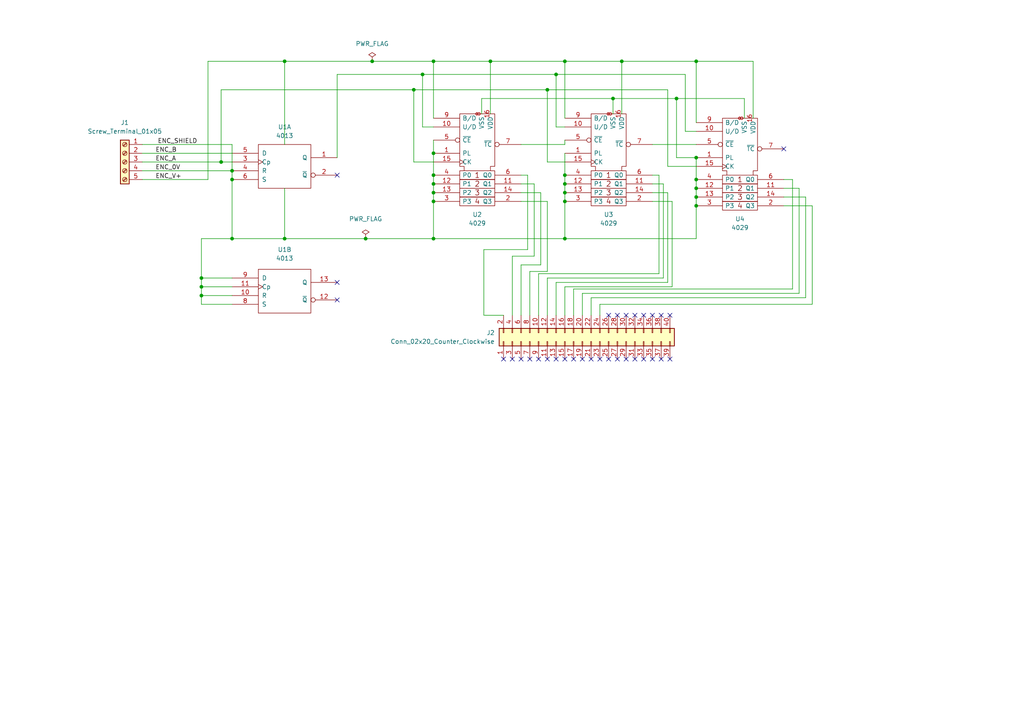
<source format=kicad_sch>
(kicad_sch (version 20211123) (generator eeschema)
  (paper "A4")
  (lib_symbols
    (symbol "4xxx_IEEE:4013" (pin_names (offset 1.016))
      (property "Reference" "U" (at 7.62 8.89 0))
      (property "Value" "4013" (at 7.62 -7.62 0))
      (symbol "4013_0_0"
        (pin power_in line (at 0 6.35 270) (length 0) hide (name "Vdd") (number "14"))
        (pin power_in line (at 0 -6.35 90) (length 0) hide (name "Vss") (number "7"))
      )
      (symbol "4013_0_1"
        (rectangle (start -7.62 6.35) (end 7.62 -6.35))
      )
      (symbol "4013_1_1"
        (pin output line (at 15.24 2.54 180) (length 7.62) (name "Q") (number "1"))
        (pin output inverted (at 15.24 -2.54 180) (length 7.62) (name "~{Q}") (number "2"))
        (pin input clock (at -15.24 1.27 0) (length 7.62) (name "Cp") (number "3"))
        (pin input line (at -15.24 -1.27 0) (length 7.62) (name "R") (number "4"))
        (pin input line (at -15.24 3.81 0) (length 7.62) (name "D") (number "5"))
        (pin input line (at -15.24 -3.81 0) (length 7.62) (name "S") (number "6"))
      )
      (symbol "4013_2_1"
        (pin input line (at -15.24 -1.27 0) (length 7.62) (name "R") (number "10"))
        (pin input clock (at -15.24 1.27 0) (length 7.62) (name "Cp") (number "11"))
        (pin input inverted (at 15.24 -2.54 180) (length 7.62) (name "~{Q}") (number "12"))
        (pin input line (at 15.24 2.54 180) (length 7.62) (name "Q") (number "13"))
        (pin input line (at -15.24 -3.81 0) (length 7.62) (name "S") (number "8"))
        (pin input line (at -15.24 3.81 0) (length 7.62) (name "D") (number "9"))
      )
    )
    (symbol "4xxx_IEEE:4029" (pin_names (offset 0.762))
      (property "Reference" "U" (at 8.89 8.89 0))
      (property "Value" "4029" (at 8.89 -19.05 0))
      (symbol "4029_0_0"
        (rectangle (start -5.08 -13.97) (end 5.08 -16.51))
        (rectangle (start -5.08 -11.43) (end 5.08 -13.97))
        (rectangle (start -5.08 -8.89) (end 5.08 -11.43))
        (rectangle (start -5.08 -6.35) (end 5.08 -8.89))
        (polyline (pts (xy -3.81 -6.35) (xy -3.81 -5.08) (xy -5.08 -5.08) (xy -5.08 10.16) (xy 5.08 10.16) (xy 5.08 -5.08) (xy 3.81 -5.08) (xy 3.81 -6.35) (xy 3.81 -6.35)))
        (text "1" (at 0 -7.62 0) (effects (font (size 1.524 1.524))))
        (text "2" (at 0 -10.16 0) (effects (font (size 1.524 1.524))))
        (text "3" (at 0 -12.7 0) (effects (font (size 1.524 1.524))))
        (text "4" (at 0 -15.24 0) (effects (font (size 1.524 1.524))))
      )
      (symbol "4029_1_1"
        (pin input line (at -12.7 -1.27 0) (length 7.62) (name "PL") (number "1"))
        (pin input line (at -12.7 6.35 0) (length 7.62) (name "U/D") (number "10"))
        (pin output line (at 12.7 -10.16 180) (length 7.62) (name "Q1") (number "11"))
        (pin input line (at -12.7 -10.16 0) (length 7.62) (name "P1") (number "12"))
        (pin input line (at -12.7 -12.7 0) (length 7.62) (name "P2") (number "13"))
        (pin output line (at 12.7 -12.7 180) (length 7.62) (name "Q2") (number "14"))
        (pin input clock (at -12.7 -3.81 0) (length 7.62) (name "CK") (number "15"))
        (pin power_in line (at 3.81 10.16 270) (length 0) (name "VDD") (number "16"))
        (pin output line (at 12.7 -15.24 180) (length 7.62) (name "Q3") (number "2"))
        (pin input line (at -12.7 -15.24 0) (length 7.62) (name "P3") (number "3"))
        (pin input line (at -12.7 -7.62 0) (length 7.62) (name "P0") (number "4"))
        (pin input inverted (at -12.7 2.54 0) (length 7.62) (name "~{CE}") (number "5"))
        (pin output line (at 12.7 -7.62 180) (length 7.62) (name "Q0") (number "6"))
        (pin output inverted (at 12.7 1.27 180) (length 7.62) (name "~{TC}") (number "7"))
        (pin power_in line (at 1.27 10.16 270) (length 0) (name "VSS") (number "8"))
        (pin input line (at -12.7 8.89 0) (length 7.62) (name "B/D") (number "9"))
      )
    )
    (symbol "Connector:Screw_Terminal_01x05" (pin_names (offset 1.016) hide)
      (property "Reference" "J" (at 0 7.62 0))
      (property "Value" "Screw_Terminal_01x05" (at 0 -7.62 0))
      (symbol "Screw_Terminal_01x05_1_1"
        (rectangle (start -1.27 6.35) (end 1.27 -6.35) (stroke (width 0.254)) (fill (type background)))
        (circle (center 0 -5.08) (radius 0.635) (stroke (width 0.1524)))
        (circle (center 0 -2.54) (radius 0.635) (stroke (width 0.1524)))
        (polyline (pts (xy -0.5334 -4.7498) (xy 0.3302 -5.588)) (stroke (width 0.1524)))
        (polyline (pts (xy -0.5334 -2.2098) (xy 0.3302 -3.048)) (stroke (width 0.1524)))
        (polyline (pts (xy -0.5334 0.3302) (xy 0.3302 -0.508)) (stroke (width 0.1524)))
        (polyline (pts (xy -0.5334 2.8702) (xy 0.3302 2.032)) (stroke (width 0.1524)))
        (polyline (pts (xy -0.5334 5.4102) (xy 0.3302 4.572)) (stroke (width 0.1524)))
        (polyline (pts (xy -0.3556 -4.572) (xy 0.508 -5.4102)) (stroke (width 0.1524)))
        (polyline (pts (xy -0.3556 -2.032) (xy 0.508 -2.8702)) (stroke (width 0.1524)))
        (polyline (pts (xy -0.3556 0.508) (xy 0.508 -0.3302)) (stroke (width 0.1524)))
        (polyline (pts (xy -0.3556 3.048) (xy 0.508 2.2098)) (stroke (width 0.1524)))
        (polyline (pts (xy -0.3556 5.588) (xy 0.508 4.7498)) (stroke (width 0.1524)))
        (circle (center 0 0) (radius 0.635) (stroke (width 0.1524)))
        (circle (center 0 2.54) (radius 0.635) (stroke (width 0.1524)))
        (circle (center 0 5.08) (radius 0.635) (stroke (width 0.1524)))
        (pin passive line (at -5.08 5.08 0) (length 3.81) (name "Pin_1") (number "1"))
        (pin passive line (at -5.08 2.54 0) (length 3.81) (name "Pin_2") (number "2"))
        (pin passive line (at -5.08 0 0) (length 3.81) (name "Pin_3") (number "3"))
        (pin passive line (at -5.08 -2.54 0) (length 3.81) (name "Pin_4") (number "4"))
        (pin passive line (at -5.08 -5.08 0) (length 3.81) (name "Pin_5") (number "5"))
      )
    )
    (symbol "Connector_Generic:Conn_02x20_Odd_Even" (pin_names (offset 1.016) hide)
      (property "Reference" "J" (at 1.27 25.4 0))
      (property "Value" "Conn_02x20_Odd_Even" (at 1.27 -27.94 0))
      (symbol "Conn_02x20_Odd_Even_1_1"
        (rectangle (start -1.27 -25.273) (end 0 -25.527) (stroke (width 0.1524)))
        (rectangle (start -1.27 -22.733) (end 0 -22.987) (stroke (width 0.1524)))
        (rectangle (start -1.27 -20.193) (end 0 -20.447) (stroke (width 0.1524)))
        (rectangle (start -1.27 -17.653) (end 0 -17.907) (stroke (width 0.1524)))
        (rectangle (start -1.27 -15.113) (end 0 -15.367) (stroke (width 0.1524)))
        (rectangle (start -1.27 -12.573) (end 0 -12.827) (stroke (width 0.1524)))
        (rectangle (start -1.27 -10.033) (end 0 -10.287) (stroke (width 0.1524)))
        (rectangle (start -1.27 -7.493) (end 0 -7.747) (stroke (width 0.1524)))
        (rectangle (start -1.27 -4.953) (end 0 -5.207) (stroke (width 0.1524)))
        (rectangle (start -1.27 -2.413) (end 0 -2.667) (stroke (width 0.1524)))
        (rectangle (start -1.27 0.127) (end 0 -0.127) (stroke (width 0.1524)))
        (rectangle (start -1.27 2.667) (end 0 2.413) (stroke (width 0.1524)))
        (rectangle (start -1.27 5.207) (end 0 4.953) (stroke (width 0.1524)))
        (rectangle (start -1.27 7.747) (end 0 7.493) (stroke (width 0.1524)))
        (rectangle (start -1.27 10.287) (end 0 10.033) (stroke (width 0.1524)))
        (rectangle (start -1.27 12.827) (end 0 12.573) (stroke (width 0.1524)))
        (rectangle (start -1.27 15.367) (end 0 15.113) (stroke (width 0.1524)))
        (rectangle (start -1.27 17.907) (end 0 17.653) (stroke (width 0.1524)))
        (rectangle (start -1.27 20.447) (end 0 20.193) (stroke (width 0.1524)))
        (rectangle (start -1.27 22.987) (end 0 22.733) (stroke (width 0.1524)))
        (rectangle (start -1.27 24.13) (end 3.81 -26.67) (stroke (width 0.254)) (fill (type background)))
        (rectangle (start 3.81 -25.273) (end 2.54 -25.527) (stroke (width 0.1524)))
        (rectangle (start 3.81 -22.733) (end 2.54 -22.987) (stroke (width 0.1524)))
        (rectangle (start 3.81 -20.193) (end 2.54 -20.447) (stroke (width 0.1524)))
        (rectangle (start 3.81 -17.653) (end 2.54 -17.907) (stroke (width 0.1524)))
        (rectangle (start 3.81 -15.113) (end 2.54 -15.367) (stroke (width 0.1524)))
        (rectangle (start 3.81 -12.573) (end 2.54 -12.827) (stroke (width 0.1524)))
        (rectangle (start 3.81 -10.033) (end 2.54 -10.287) (stroke (width 0.1524)))
        (rectangle (start 3.81 -7.493) (end 2.54 -7.747) (stroke (width 0.1524)))
        (rectangle (start 3.81 -4.953) (end 2.54 -5.207) (stroke (width 0.1524)))
        (rectangle (start 3.81 -2.413) (end 2.54 -2.667) (stroke (width 0.1524)))
        (rectangle (start 3.81 0.127) (end 2.54 -0.127) (stroke (width 0.1524)))
        (rectangle (start 3.81 2.667) (end 2.54 2.413) (stroke (width 0.1524)))
        (rectangle (start 3.81 5.207) (end 2.54 4.953) (stroke (width 0.1524)))
        (rectangle (start 3.81 7.747) (end 2.54 7.493) (stroke (width 0.1524)))
        (rectangle (start 3.81 10.287) (end 2.54 10.033) (stroke (width 0.1524)))
        (rectangle (start 3.81 12.827) (end 2.54 12.573) (stroke (width 0.1524)))
        (rectangle (start 3.81 15.367) (end 2.54 15.113) (stroke (width 0.1524)))
        (rectangle (start 3.81 17.907) (end 2.54 17.653) (stroke (width 0.1524)))
        (rectangle (start 3.81 20.447) (end 2.54 20.193) (stroke (width 0.1524)))
        (rectangle (start 3.81 22.987) (end 2.54 22.733) (stroke (width 0.1524)))
        (pin passive line (at -5.08 22.86 0) (length 3.81) (name "Pin_1") (number "1"))
        (pin passive line (at 7.62 12.7 180) (length 3.81) (name "Pin_10") (number "10"))
        (pin passive line (at -5.08 10.16 0) (length 3.81) (name "Pin_11") (number "11"))
        (pin passive line (at 7.62 10.16 180) (length 3.81) (name "Pin_12") (number "12"))
        (pin passive line (at -5.08 7.62 0) (length 3.81) (name "Pin_13") (number "13"))
        (pin passive line (at 7.62 7.62 180) (length 3.81) (name "Pin_14") (number "14"))
        (pin passive line (at -5.08 5.08 0) (length 3.81) (name "Pin_15") (number "15"))
        (pin passive line (at 7.62 5.08 180) (length 3.81) (name "Pin_16") (number "16"))
        (pin passive line (at -5.08 2.54 0) (length 3.81) (name "Pin_17") (number "17"))
        (pin passive line (at 7.62 2.54 180) (length 3.81) (name "Pin_18") (number "18"))
        (pin passive line (at -5.08 0 0) (length 3.81) (name "Pin_19") (number "19"))
        (pin passive line (at 7.62 22.86 180) (length 3.81) (name "Pin_2") (number "2"))
        (pin passive line (at 7.62 0 180) (length 3.81) (name "Pin_20") (number "20"))
        (pin passive line (at -5.08 -2.54 0) (length 3.81) (name "Pin_21") (number "21"))
        (pin passive line (at 7.62 -2.54 180) (length 3.81) (name "Pin_22") (number "22"))
        (pin passive line (at -5.08 -5.08 0) (length 3.81) (name "Pin_23") (number "23"))
        (pin passive line (at 7.62 -5.08 180) (length 3.81) (name "Pin_24") (number "24"))
        (pin passive line (at -5.08 -7.62 0) (length 3.81) (name "Pin_25") (number "25"))
        (pin passive line (at 7.62 -7.62 180) (length 3.81) (name "Pin_26") (number "26"))
        (pin passive line (at -5.08 -10.16 0) (length 3.81) (name "Pin_27") (number "27"))
        (pin passive line (at 7.62 -10.16 180) (length 3.81) (name "Pin_28") (number "28"))
        (pin passive line (at -5.08 -12.7 0) (length 3.81) (name "Pin_29") (number "29"))
        (pin passive line (at -5.08 20.32 0) (length 3.81) (name "Pin_3") (number "3"))
        (pin passive line (at 7.62 -12.7 180) (length 3.81) (name "Pin_30") (number "30"))
        (pin passive line (at -5.08 -15.24 0) (length 3.81) (name "Pin_31") (number "31"))
        (pin passive line (at 7.62 -15.24 180) (length 3.81) (name "Pin_32") (number "32"))
        (pin passive line (at -5.08 -17.78 0) (length 3.81) (name "Pin_33") (number "33"))
        (pin passive line (at 7.62 -17.78 180) (length 3.81) (name "Pin_34") (number "34"))
        (pin passive line (at -5.08 -20.32 0) (length 3.81) (name "Pin_35") (number "35"))
        (pin passive line (at 7.62 -20.32 180) (length 3.81) (name "Pin_36") (number "36"))
        (pin passive line (at -5.08 -22.86 0) (length 3.81) (name "Pin_37") (number "37"))
        (pin passive line (at 7.62 -22.86 180) (length 3.81) (name "Pin_38") (number "38"))
        (pin passive line (at -5.08 -25.4 0) (length 3.81) (name "Pin_39") (number "39"))
        (pin passive line (at 7.62 20.32 180) (length 3.81) (name "Pin_4") (number "4"))
        (pin passive line (at 7.62 -25.4 180) (length 3.81) (name "Pin_40") (number "40"))
        (pin passive line (at -5.08 17.78 0) (length 3.81) (name "Pin_5") (number "5"))
        (pin passive line (at 7.62 17.78 180) (length 3.81) (name "Pin_6") (number "6"))
        (pin passive line (at -5.08 15.24 0) (length 3.81) (name "Pin_7") (number "7"))
        (pin passive line (at 7.62 15.24 180) (length 3.81) (name "Pin_8") (number "8"))
        (pin passive line (at -5.08 12.7 0) (length 3.81) (name "Pin_9") (number "9"))
      )
    )
    (symbol "power:PWR_FLAG" (power) (pin_numbers hide) (pin_names (offset 0) hide)
      (property "Value" "PWR_FLAG" (at 0 3.81 0))
      (symbol "PWR_FLAG_0_0"
        (pin power_out line (at 0 0 90) (length 0) (name "pwr") (number "1"))
      )
      (symbol "PWR_FLAG_0_1"
        (polyline (pts (xy 0 0) (xy 0 1.27) (xy -1.016 1.905) (xy 0 2.54) (xy 1.016 1.905) (xy 0 1.27)))
      )
    )
  )
  (junction (at 201.93 59.69))
  (junction (at 67.31 69.215))
  (junction (at 58.42 80.645))
  (junction (at 201.93 45.72))
  (junction (at 125.73 44.45))
  (junction (at 201.93 57.15))
  (junction (at 125.73 17.78))
  (junction (at 201.93 54.61))
  (junction (at 67.31 49.53))
  (junction (at 125.73 50.8))
  (junction (at 163.83 55.88))
  (junction (at 161.29 21.59))
  (junction (at 163.83 58.42))
  (junction (at 82.55 69.215))
  (junction (at 106.045 69.215))
  (junction (at 142.24 17.78))
  (junction (at 64.135 46.99))
  (junction (at 125.73 69.215))
  (junction (at 196.215 28.575))
  (junction (at 163.83 50.8))
  (junction (at 163.83 69.215))
  (junction (at 58.42 85.725))
  (junction (at 125.73 58.42))
  (junction (at 163.83 53.34))
  (junction (at 158.75 26.035))
  (junction (at 125.73 53.34))
  (junction (at 58.42 83.185))
  (junction (at 82.55 17.78))
  (junction (at 180.34 17.78))
  (junction (at 125.73 55.88))
  (junction (at 120.015 26.035))
  (junction (at 67.31 52.07))
  (junction (at 107.95 17.78))
  (junction (at 122.555 21.59))
  (junction (at 177.8 28.575))
  (junction (at 163.83 17.78))
  (junction (at 201.93 52.07))
  (junction (at 201.93 17.78))
  (no_connect (at 161.29 104.14))
  (no_connect (at 97.79 86.995))
  (no_connect (at 184.15 104.14))
  (no_connect (at 173.99 104.14))
  (no_connect (at 168.91 104.14))
  (no_connect (at 179.07 104.14))
  (no_connect (at 97.79 81.915))
  (no_connect (at 179.07 91.44))
  (no_connect (at 189.23 104.14))
  (no_connect (at 191.77 104.14))
  (no_connect (at 189.23 91.44))
  (no_connect (at 191.77 91.44))
  (no_connect (at 194.31 91.44))
  (no_connect (at 184.15 91.44))
  (no_connect (at 186.69 91.44))
  (no_connect (at 151.13 104.14))
  (no_connect (at 166.37 104.14))
  (no_connect (at 227.33 43.18))
  (no_connect (at 97.79 50.8))
  (no_connect (at 158.75 104.14))
  (no_connect (at 194.31 104.14))
  (no_connect (at 163.83 104.14))
  (no_connect (at 181.61 91.44))
  (no_connect (at 171.45 104.14))
  (no_connect (at 156.21 104.14))
  (no_connect (at 176.53 104.14))
  (no_connect (at 181.61 104.14))
  (no_connect (at 176.53 91.44))
  (no_connect (at 153.67 104.14))
  (no_connect (at 146.05 104.14))
  (no_connect (at 186.69 104.14))
  (no_connect (at 148.59 104.14))
  (wire (pts (xy 140.335 91.44) (xy 146.05 91.44)))
  (wire (pts (xy 156.21 91.44) (xy 156.21 79.375)))
  (wire (pts (xy 193.675 55.88) (xy 189.23 55.88)))
  (wire (pts (xy 196.215 28.575) (xy 215.9 28.575)))
  (wire (pts (xy 139.7 28.575) (xy 139.7 33.02)))
  (wire (pts (xy 158.75 26.035) (xy 120.015 26.035)))
  (wire (pts (xy 122.555 21.59) (xy 161.29 21.59)))
  (wire (pts (xy 67.31 41.91) (xy 67.31 49.53)))
  (wire (pts (xy 41.275 46.99) (xy 64.135 46.99)))
  (wire (pts (xy 140.335 72.39) (xy 153.035 72.39)))
  (wire (pts (xy 106.045 69.215) (xy 125.73 69.215)))
  (wire (pts (xy 201.93 57.15) (xy 201.93 54.61)))
  (wire (pts (xy 161.29 91.44) (xy 161.29 81.915)))
  (wire (pts (xy 153.67 78.74) (xy 158.75 78.74)))
  (wire (pts (xy 163.83 83.185) (xy 194.945 83.185)))
  (wire (pts (xy 58.42 83.185) (xy 58.42 85.725)))
  (wire (pts (xy 177.8 33.02) (xy 177.8 28.575)))
  (wire (pts (xy 142.24 17.78) (xy 163.83 17.78)))
  (wire (pts (xy 166.37 91.44) (xy 166.37 83.82)))
  (wire (pts (xy 122.555 36.83) (xy 122.555 21.59)))
  (wire (pts (xy 180.34 17.78) (xy 180.34 33.02)))
  (wire (pts (xy 201.93 35.56) (xy 201.93 17.78)))
  (wire (pts (xy 158.75 46.99) (xy 163.83 46.99)))
  (wire (pts (xy 82.55 17.78) (xy 82.55 41.91)))
  (wire (pts (xy 231.775 54.61) (xy 231.775 85.09)))
  (wire (pts (xy 58.42 69.215) (xy 67.31 69.215)))
  (wire (pts (xy 191.135 50.8) (xy 189.23 50.8)))
  (wire (pts (xy 58.42 83.185) (xy 67.31 83.185)))
  (wire (pts (xy 156.21 79.375) (xy 191.135 79.375)))
  (wire (pts (xy 189.23 41.91) (xy 201.93 41.91)))
  (wire (pts (xy 198.755 38.1) (xy 201.93 38.1)))
  (wire (pts (xy 41.275 52.07) (xy 60.325 52.07)))
  (wire (pts (xy 151.13 41.91) (xy 163.83 41.91)))
  (wire (pts (xy 194.945 58.42) (xy 189.23 58.42)))
  (wire (pts (xy 82.55 54.61) (xy 82.55 69.215)))
  (wire (pts (xy 125.73 44.45) (xy 125.73 50.8)))
  (wire (pts (xy 82.55 69.215) (xy 106.045 69.215)))
  (wire (pts (xy 229.87 52.07) (xy 227.33 52.07)))
  (wire (pts (xy 151.13 76.835) (xy 151.13 91.44)))
  (wire (pts (xy 166.37 83.82) (xy 229.87 83.82)))
  (wire (pts (xy 156.845 76.835) (xy 151.13 76.835)))
  (wire (pts (xy 233.68 86.36) (xy 233.68 57.15)))
  (wire (pts (xy 41.275 41.91) (xy 67.31 41.91)))
  (wire (pts (xy 163.83 55.88) (xy 163.83 58.42)))
  (wire (pts (xy 163.83 91.44) (xy 163.83 83.185)))
  (wire (pts (xy 58.42 80.645) (xy 67.31 80.645)))
  (wire (pts (xy 194.945 83.185) (xy 194.945 58.42)))
  (wire (pts (xy 125.73 69.215) (xy 163.83 69.215)))
  (wire (pts (xy 158.75 80.645) (xy 158.75 91.44)))
  (wire (pts (xy 125.73 53.34) (xy 125.73 55.88)))
  (wire (pts (xy 201.93 54.61) (xy 201.93 52.07)))
  (wire (pts (xy 60.325 17.78) (xy 60.325 52.07)))
  (wire (pts (xy 193.675 26.035) (xy 158.75 26.035)))
  (wire (pts (xy 107.95 17.78) (xy 125.73 17.78)))
  (wire (pts (xy 233.68 57.15) (xy 227.33 57.15)))
  (wire (pts (xy 231.775 85.09) (xy 168.91 85.09)))
  (wire (pts (xy 201.93 17.78) (xy 180.34 17.78)))
  (wire (pts (xy 201.93 45.72) (xy 201.93 52.07)))
  (wire (pts (xy 218.44 34.29) (xy 218.44 17.78)))
  (wire (pts (xy 163.83 44.45) (xy 163.83 50.8)))
  (wire (pts (xy 161.29 81.915) (xy 193.675 81.915)))
  (wire (pts (xy 163.83 17.78) (xy 180.34 17.78)))
  (wire (pts (xy 125.73 50.8) (xy 125.73 53.34)))
  (wire (pts (xy 161.29 21.59) (xy 161.29 36.83)))
  (wire (pts (xy 67.31 49.53) (xy 67.31 52.07)))
  (wire (pts (xy 151.13 55.88) (xy 156.845 55.88)))
  (wire (pts (xy 67.31 69.215) (xy 82.55 69.215)))
  (wire (pts (xy 158.75 58.42) (xy 151.13 58.42)))
  (wire (pts (xy 168.91 85.09) (xy 168.91 91.44)))
  (wire (pts (xy 201.93 59.69) (xy 201.93 57.15)))
  (wire (pts (xy 163.83 34.29) (xy 163.83 17.78)))
  (wire (pts (xy 163.83 69.215) (xy 163.83 58.42)))
  (wire (pts (xy 193.675 81.915) (xy 193.675 55.88)))
  (wire (pts (xy 177.8 28.575) (xy 139.7 28.575)))
  (wire (pts (xy 193.675 48.26) (xy 193.675 26.035)))
  (wire (pts (xy 142.24 33.02) (xy 142.24 17.78)))
  (wire (pts (xy 125.73 55.88) (xy 125.73 58.42)))
  (wire (pts (xy 41.275 49.53) (xy 67.31 49.53)))
  (wire (pts (xy 158.75 78.74) (xy 158.75 58.42)))
  (wire (pts (xy 229.87 83.82) (xy 229.87 52.07)))
  (wire (pts (xy 201.93 69.215) (xy 201.93 59.69)))
  (wire (pts (xy 125.73 34.29) (xy 125.73 17.78)))
  (wire (pts (xy 67.31 52.07) (xy 67.31 69.215)))
  (wire (pts (xy 218.44 17.78) (xy 201.93 17.78)))
  (wire (pts (xy 192.405 80.645) (xy 158.75 80.645)))
  (wire (pts (xy 154.94 74.295) (xy 154.94 53.34)))
  (wire (pts (xy 58.42 69.215) (xy 58.42 80.645)))
  (wire (pts (xy 58.42 85.725) (xy 58.42 88.265)))
  (wire (pts (xy 227.33 59.69) (xy 235.585 59.69)))
  (wire (pts (xy 158.75 26.035) (xy 158.75 46.99)))
  (wire (pts (xy 58.42 88.265) (xy 67.31 88.265)))
  (wire (pts (xy 125.73 36.83) (xy 122.555 36.83)))
  (wire (pts (xy 120.015 26.035) (xy 120.015 46.99)))
  (wire (pts (xy 163.83 69.215) (xy 201.93 69.215)))
  (wire (pts (xy 153.035 50.8) (xy 153.035 72.39)))
  (wire (pts (xy 161.29 21.59) (xy 198.755 21.59)))
  (wire (pts (xy 148.59 74.295) (xy 154.94 74.295)))
  (wire (pts (xy 82.55 17.78) (xy 107.95 17.78)))
  (wire (pts (xy 153.67 91.44) (xy 153.67 78.74)))
  (wire (pts (xy 41.275 44.45) (xy 67.31 44.45)))
  (wire (pts (xy 148.59 91.44) (xy 148.59 74.295)))
  (wire (pts (xy 235.585 88.265) (xy 173.99 88.265)))
  (wire (pts (xy 163.83 50.8) (xy 163.83 53.34)))
  (wire (pts (xy 177.8 28.575) (xy 196.215 28.575)))
  (wire (pts (xy 201.93 45.72) (xy 196.215 45.72)))
  (wire (pts (xy 125.73 40.64) (xy 125.73 44.45)))
  (wire (pts (xy 189.23 53.34) (xy 192.405 53.34)))
  (wire (pts (xy 58.42 85.725) (xy 67.31 85.725)))
  (wire (pts (xy 64.135 26.035) (xy 64.135 46.99)))
  (wire (pts (xy 156.845 55.88) (xy 156.845 76.835)))
  (wire (pts (xy 161.29 36.83) (xy 163.83 36.83)))
  (wire (pts (xy 97.79 21.59) (xy 122.555 21.59)))
  (wire (pts (xy 151.13 50.8) (xy 153.035 50.8)))
  (wire (pts (xy 171.45 86.36) (xy 233.68 86.36)))
  (wire (pts (xy 191.135 79.375) (xy 191.135 50.8)))
  (wire (pts (xy 64.135 46.99) (xy 67.31 46.99)))
  (wire (pts (xy 163.83 41.91) (xy 163.83 40.64)))
  (wire (pts (xy 140.335 72.39) (xy 140.335 91.44)))
  (wire (pts (xy 97.79 45.72) (xy 97.79 21.59)))
  (wire (pts (xy 60.325 17.78) (xy 82.55 17.78)))
  (wire (pts (xy 235.585 59.69) (xy 235.585 88.265)))
  (wire (pts (xy 154.94 53.34) (xy 151.13 53.34)))
  (wire (pts (xy 120.015 46.99) (xy 125.73 46.99)))
  (wire (pts (xy 173.99 88.265) (xy 173.99 91.44)))
  (wire (pts (xy 125.73 58.42) (xy 125.73 69.215)))
  (wire (pts (xy 171.45 91.44) (xy 171.45 86.36)))
  (wire (pts (xy 125.73 17.78) (xy 142.24 17.78)))
  (wire (pts (xy 163.83 53.34) (xy 163.83 55.88)))
  (wire (pts (xy 215.9 28.575) (xy 215.9 34.29)))
  (wire (pts (xy 201.93 48.26) (xy 193.675 48.26)))
  (wire (pts (xy 196.215 45.72) (xy 196.215 28.575)))
  (wire (pts (xy 192.405 53.34) (xy 192.405 80.645)))
  (wire (pts (xy 198.755 21.59) (xy 198.755 38.1)))
  (wire (pts (xy 58.42 80.645) (xy 58.42 83.185)))
  (wire (pts (xy 227.33 54.61) (xy 231.775 54.61)))
  (wire (pts (xy 64.135 26.035) (xy 120.015 26.035)))
  (label "ENC_A" (at 45.085 46.99 0))
  (label "ENC_0V" (at 45.085 49.53 0))
  (label "ENC_V+" (at 45.085 52.07 0))
  (label "ENC_B" (at 45.085 44.45 0))
  (label "ENC_SHIELD" (at 45.72 41.91 0))
  (symbol (lib_id "Connector:Screw_Terminal_01x05") (at 36.195 46.99 0) (mirror y) (unit 1)
    (property "Reference" "J1" (at 36.195 35.56 0))
    (property "Value" "Screw_Terminal_01x05" (at 36.195 38.1 0))
    (property "Footprint" "TerminalBlock:TerminalBlock_bornier-5_P5.08mm" (effects hide))
  )
  (symbol (lib_id "power:PWR_FLAG") (at 107.95 17.78 0) (unit 1)
    (property "Reference" "#FLG02" (effects hide))
    (property "Value" "PWR_FLAG" (at 107.95 12.7 0))
  )
  (symbol (lib_id "Connector_Generic:Conn_02x20_Odd_Even") (at 168.91 99.06 90) (unit 1)
    (property "Reference" "J2" (at 143.51 96.5199 90) (effects (justify left)))
    (property "Value" "Conn_02x20_Counter_Clockwise" (at 143.51 99.0599 90) (effects (justify left)))
    (property "Footprint" "Connector_IDC:IDC-Header_2x20_P2.54mm_Vertical" (effects hide))
  )
  (symbol (lib_id "power:PWR_FLAG") (at 106.045 69.215 0) (unit 1)
    (property "Reference" "#FLG01" (effects hide))
    (property "Value" "PWR_FLAG" (at 106.045 63.5 0))
  )
  (symbol (lib_id "4xxx_IEEE:4013") (at 82.55 48.26 0) (unit 1)
    (property "Reference" "U1" (at 82.55 36.83 0))
    (property "Value" "4013" (at 82.55 39.37 0))
    (property "Footprint" "Package_DIP:DIP-14_W7.62mm_LongPads" (effects hide))
  )
  (symbol (lib_id "4xxx_IEEE:4029") (at 176.53 43.18 0) (unit 1)
    (property "Reference" "U3" (at 176.53 62.23 0))
    (property "Value" "4029" (at 176.53 64.77 0))
    (property "Footprint" "Package_DIP:DIP-16_W7.62mm_LongPads" (effects hide))
  )
  (symbol (lib_id "4xxx_IEEE:4029") (at 214.63 44.45 0) (unit 1)
    (property "Reference" "U4" (at 214.63 63.5 0))
    (property "Value" "4029" (at 214.63 66.04 0))
    (property "Footprint" "Package_DIP:DIP-16_W7.62mm_LongPads" (effects hide))
  )
  (symbol (lib_id "4xxx_IEEE:4013") (at 82.55 84.455 0) (unit 2)
    (property "Reference" "U1" (at 82.55 72.39 0))
    (property "Value" "4013" (at 82.55 74.93 0))
    (property "Footprint" "Package_DIP:DIP-14_W7.62mm_LongPads" (effects hide))
  )
  (symbol (lib_id "4xxx_IEEE:4029") (at 138.43 43.18 0) (unit 1)
    (property "Reference" "U2" (at 138.43 62.23 0))
    (property "Value" "4029" (at 138.43 64.77 0))
    (property "Footprint" "Package_DIP:DIP-16_W7.62mm_LongPads" (effects hide))
  )
)
</source>
